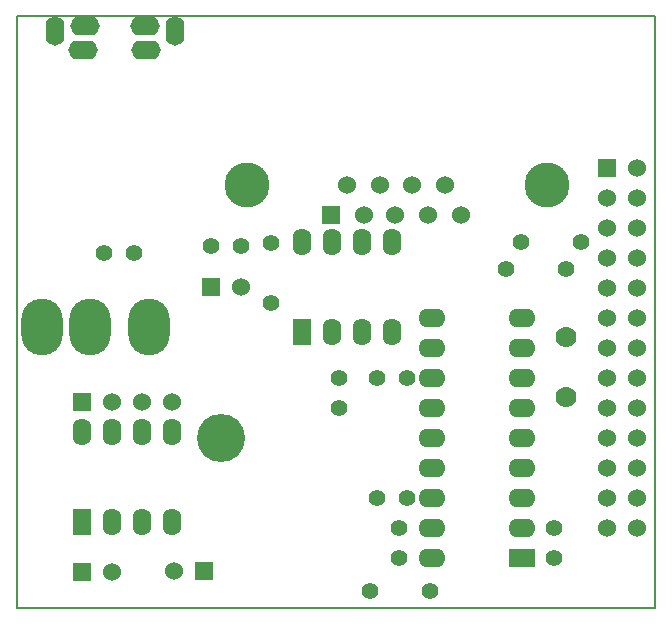
<source format=gts>
G04 (created by PCBNEW (2013-04-19 BZR 4011)-stable) date 14/06/2013 21:14:28*
%MOIN*%
G04 Gerber Fmt 3.4, Leading zero omitted, Abs format*
%FSLAX34Y34*%
G01*
G70*
G90*
G04 APERTURE LIST*
%ADD10C,0.006*%
%ADD11C,0.00787402*%
%ADD12C,0.15*%
%ADD13R,0.06X0.06*%
%ADD14C,0.06*%
%ADD15C,0.16*%
%ADD16C,0.055*%
%ADD17C,0.07*%
%ADD18R,0.062X0.09*%
%ADD19O,0.062X0.09*%
%ADD20R,0.09X0.062*%
%ADD21O,0.09X0.062*%
%ADD22O,0.137795X0.189*%
%ADD23O,0.0629921X0.0984252*%
%ADD24O,0.0984252X0.0629921*%
G04 APERTURE END LIST*
G54D10*
G54D11*
X73525Y-31325D02*
X73525Y-51060D01*
X52255Y-31325D02*
X73525Y-31325D01*
X52255Y-51060D02*
X52255Y-31325D01*
X73525Y-51060D02*
X52255Y-51060D01*
G54D12*
X69905Y-36950D03*
X59905Y-36950D03*
G54D13*
X62705Y-37950D03*
G54D14*
X63805Y-37950D03*
X64855Y-37950D03*
X65955Y-37950D03*
X67055Y-37950D03*
X63255Y-36950D03*
X64355Y-36950D03*
X65405Y-36950D03*
X66505Y-36950D03*
G54D13*
X71900Y-36400D03*
G54D14*
X72900Y-36400D03*
X71900Y-37400D03*
X72900Y-37400D03*
X71900Y-38400D03*
X72900Y-38400D03*
X71900Y-39400D03*
X72900Y-39400D03*
X71900Y-40400D03*
X72900Y-40400D03*
X71900Y-41400D03*
X72900Y-41400D03*
X71900Y-42400D03*
X72900Y-42400D03*
X71900Y-43400D03*
X72900Y-43400D03*
X71900Y-44400D03*
X72900Y-44400D03*
X71900Y-45400D03*
X72900Y-45400D03*
X71900Y-46400D03*
X72900Y-46400D03*
X71900Y-47400D03*
X72900Y-47400D03*
X71900Y-48400D03*
X72900Y-48400D03*
G54D15*
X59055Y-45400D03*
G54D16*
X56140Y-39240D03*
X55140Y-39240D03*
X62980Y-43395D03*
X62980Y-44395D03*
X64985Y-49395D03*
X64985Y-48395D03*
X64245Y-47380D03*
X65245Y-47380D03*
X64240Y-43385D03*
X65240Y-43385D03*
X70145Y-48390D03*
X70145Y-49390D03*
X58725Y-39010D03*
X59725Y-39010D03*
G54D13*
X58490Y-49840D03*
G54D14*
X57490Y-49840D03*
G54D13*
X58725Y-40345D03*
G54D14*
X59725Y-40345D03*
G54D17*
X70550Y-44015D03*
X70550Y-42015D03*
G54D18*
X54430Y-48190D03*
G54D19*
X55430Y-48190D03*
X56430Y-48190D03*
X57430Y-48190D03*
X57430Y-45190D03*
X56430Y-45190D03*
X55430Y-45190D03*
X54430Y-45190D03*
G54D18*
X61755Y-41865D03*
G54D19*
X62755Y-41865D03*
X63755Y-41865D03*
X64755Y-41865D03*
X64755Y-38865D03*
X63755Y-38865D03*
X62755Y-38865D03*
X61755Y-38865D03*
G54D20*
X69065Y-49390D03*
G54D21*
X69065Y-48390D03*
X69065Y-47390D03*
X69065Y-46390D03*
X69065Y-45390D03*
X69065Y-44390D03*
X69065Y-43390D03*
X69065Y-42390D03*
X69065Y-41390D03*
X66065Y-41390D03*
X66065Y-42390D03*
X66065Y-43390D03*
X66065Y-44390D03*
X66065Y-45390D03*
X66065Y-46390D03*
X66065Y-47390D03*
X66065Y-48390D03*
X66065Y-49390D03*
G54D16*
X66010Y-50500D03*
X64010Y-50500D03*
X60710Y-40880D03*
X60710Y-38880D03*
X68550Y-39775D03*
X70550Y-39775D03*
X69060Y-38860D03*
X71060Y-38860D03*
G54D13*
X54430Y-49845D03*
G54D14*
X55430Y-49845D03*
G54D22*
X53093Y-41700D03*
X56637Y-41700D03*
X54668Y-41700D03*
G54D23*
X57511Y-31823D03*
X53518Y-31815D03*
G54D24*
X56558Y-32457D03*
X54463Y-32472D03*
X56499Y-31677D03*
X54530Y-31677D03*
G54D13*
X54430Y-44191D03*
G54D14*
X55430Y-44191D03*
X56430Y-44191D03*
X57430Y-44191D03*
M02*

</source>
